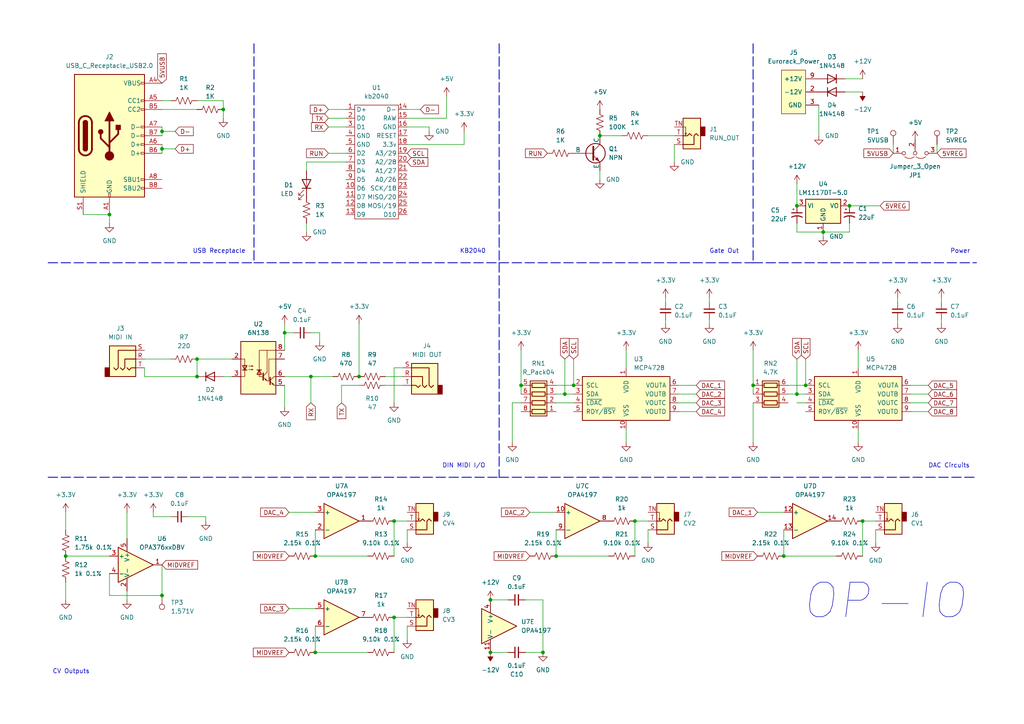
<source format=kicad_sch>
(kicad_sch (version 20230121) (generator eeschema)
  (paper "A4")
  (junction (at 19.05 161.29))
  (junction (at 104.14 109.22))
  (junction (at 64.77 31.75))
  (junction (at 166.37 111.76))
  (junction (at 91.44 189.23))
  (junction (at 161.29 161.29))
  (junction (at 246.38 59.69))
  (junction (at 90.17 109.22))
  (junction (at 173.99 39.37))
  (junction (at 31.75 62.23))
  (junction (at 218.44 111.76))
  (junction (at 227.33 161.29))
  (junction (at 250.19 151.13))
  (junction (at 46.99 43.18))
  (junction (at 184.15 151.13))
  (junction (at 82.55 96.52))
  (junction (at 151.13 111.76))
  (junction (at 46.99 38.1))
  (junction (at 114.3 151.13))
  (junction (at 46.99 172.72))
  (junction (at 91.44 161.29))
  (junction (at 231.14 59.69))
  (junction (at 157.48 189.23))
  (junction (at 238.76 67.31))
  (junction (at 57.15 109.22))
  (junction (at 142.24 173.99))
  (junction (at 231.14 114.3))
  (junction (at 114.3 179.07))
  (junction (at 163.83 114.3))
  (junction (at 57.15 104.14))
  (junction (at 233.68 111.76))
  (junction (at 142.24 189.23))
  (wire (pts (xy 271.78 41.91) (xy 271.78 44.45)))
  (wire (pts (xy 82.55 96.52) (xy 85.09 96.52)))
  (wire (pts (xy 118.11 31.75) (xy 121.92 31.75)))
  (wire (pts (xy 46.99 38.1) (xy 46.99 39.37)))
  (wire (pts (xy 184.15 151.13) (xy 184.15 161.29)))
  (wire (pts (xy 46.99 29.21) (xy 49.53 29.21)))
  (wire (pts (xy 118.11 41.91) (xy 134.62 41.91)))
  (wire (pts (xy 264.16 114.3) (xy 269.24 114.3)))
  (wire (pts (xy 19.05 148.59) (xy 19.05 153.67)))
  (wire (pts (xy 245.11 26.67) (xy 250.19 26.67)))
  (wire (pts (xy 99.06 116.84) (xy 99.06 111.76)))
  (wire (pts (xy 54.61 149.86) (xy 59.69 149.86)))
  (wire (pts (xy 184.15 151.13) (xy 187.96 151.13)))
  (wire (pts (xy 82.55 93.98) (xy 82.55 96.52)))
  (wire (pts (xy 104.14 93.98) (xy 104.14 109.22)))
  (wire (pts (xy 24.13 62.23) (xy 31.75 62.23)))
  (wire (pts (xy 82.55 109.22) (xy 90.17 109.22)))
  (wire (pts (xy 90.17 109.22) (xy 96.52 109.22)))
  (wire (pts (xy 157.48 173.99) (xy 157.48 189.23)))
  (wire (pts (xy 151.13 101.6) (xy 151.13 111.76)))
  (polyline (pts (xy 144.78 138.43) (xy 283.21 138.43)) (stroke (width 0.25) (type dash)))
  (wire (pts (xy 181.61 101.6) (xy 181.61 106.68)))
  (wire (pts (xy 273.05 92.71) (xy 273.05 93.98)))
  (wire (pts (xy 231.14 64.77) (xy 231.14 67.31)))
  (polyline (pts (xy 144.78 76.2) (xy 218.44 76.2)) (stroke (width 0.25) (type dash)))
  (wire (pts (xy 95.25 34.29) (xy 100.33 34.29)))
  (wire (pts (xy 161.29 116.84) (xy 166.37 116.84)))
  (wire (pts (xy 166.37 104.14) (xy 166.37 111.76)))
  (wire (pts (xy 254 153.67) (xy 254 157.48)))
  (wire (pts (xy 260.35 92.71) (xy 260.35 93.98)))
  (wire (pts (xy 218.44 116.84) (xy 218.44 128.27)))
  (wire (pts (xy 91.44 153.67) (xy 91.44 161.29)))
  (wire (pts (xy 44.45 148.59) (xy 44.45 149.86)))
  (wire (pts (xy 91.44 189.23) (xy 106.68 189.23)))
  (wire (pts (xy 205.74 92.71) (xy 205.74 93.98)))
  (wire (pts (xy 248.92 101.6) (xy 248.92 106.68)))
  (polyline (pts (xy 73.66 76.2) (xy 144.78 76.2)) (stroke (width 0.25) (type dash)))
  (wire (pts (xy 260.35 86.36) (xy 260.35 87.63)))
  (wire (pts (xy 264.16 119.38) (xy 269.24 119.38)))
  (wire (pts (xy 187.96 153.67) (xy 187.96 157.48)))
  (wire (pts (xy 46.99 38.1) (xy 50.8 38.1)))
  (wire (pts (xy 118.11 153.67) (xy 118.11 157.48)))
  (wire (pts (xy 57.15 104.14) (xy 57.15 109.22)))
  (wire (pts (xy 163.83 114.3) (xy 163.83 104.14)))
  (wire (pts (xy 231.14 53.34) (xy 231.14 59.69)))
  (wire (pts (xy 196.85 116.84) (xy 201.93 116.84)))
  (wire (pts (xy 237.49 30.48) (xy 237.49 39.37)))
  (wire (pts (xy 129.54 34.29) (xy 129.54 27.94)))
  (wire (pts (xy 205.74 86.36) (xy 205.74 87.63)))
  (polyline (pts (xy 144.78 76.2) (xy 144.78 138.43)) (stroke (width 0.25) (type dash)))
  (wire (pts (xy 152.4 173.99) (xy 157.48 173.99)))
  (polyline (pts (xy 13.97 76.2) (xy 73.66 76.2)) (stroke (width 0.25) (type dash)))
  (wire (pts (xy 227.33 161.29) (xy 242.57 161.29)))
  (wire (pts (xy 193.04 86.36) (xy 193.04 87.63)))
  (polyline (pts (xy 73.66 12.7) (xy 73.66 76.2)) (stroke (width 0.25) (type dash)))
  (wire (pts (xy 31.75 62.23) (xy 31.75 64.77)))
  (wire (pts (xy 134.62 41.91) (xy 134.62 38.1)))
  (wire (pts (xy 161.29 111.76) (xy 166.37 111.76)))
  (wire (pts (xy 259.08 41.91) (xy 259.08 44.45)))
  (wire (pts (xy 114.3 106.68) (xy 114.3 116.84)))
  (wire (pts (xy 142.24 189.23) (xy 147.32 189.23)))
  (wire (pts (xy 95.25 31.75) (xy 100.33 31.75)))
  (wire (pts (xy 228.6 114.3) (xy 231.14 114.3)))
  (polyline (pts (xy 218.44 76.2) (xy 283.21 76.2)) (stroke (width 0.25) (type dash)))
  (wire (pts (xy 111.76 111.76) (xy 116.84 111.76)))
  (wire (pts (xy 196.85 119.38) (xy 201.93 119.38)))
  (wire (pts (xy 161.29 153.67) (xy 161.29 161.29)))
  (wire (pts (xy 83.82 176.53) (xy 91.44 176.53)))
  (wire (pts (xy 82.55 111.76) (xy 82.55 118.11)))
  (wire (pts (xy 90.17 96.52) (xy 92.71 96.52)))
  (wire (pts (xy 246.38 59.69) (xy 255.27 59.69)))
  (wire (pts (xy 227.33 153.67) (xy 227.33 161.29)))
  (wire (pts (xy 245.11 22.86) (xy 250.19 22.86)))
  (wire (pts (xy 151.13 111.76) (xy 151.13 114.3)))
  (wire (pts (xy 46.99 41.91) (xy 46.99 43.18)))
  (wire (pts (xy 36.83 171.45) (xy 36.83 173.99)))
  (wire (pts (xy 233.68 114.3) (xy 231.14 114.3)))
  (wire (pts (xy 114.3 179.07) (xy 114.3 189.23)))
  (wire (pts (xy 231.14 116.84) (xy 233.68 116.84)))
  (wire (pts (xy 114.3 179.07) (xy 118.11 179.07)))
  (wire (pts (xy 57.15 104.14) (xy 67.31 104.14)))
  (wire (pts (xy 91.44 181.61) (xy 91.44 189.23)))
  (wire (pts (xy 142.24 173.99) (xy 147.32 173.99)))
  (wire (pts (xy 218.44 101.6) (xy 218.44 111.76)))
  (wire (pts (xy 161.29 161.29) (xy 176.53 161.29)))
  (wire (pts (xy 41.91 104.14) (xy 49.53 104.14)))
  (wire (pts (xy 264.16 111.76) (xy 269.24 111.76)))
  (wire (pts (xy 196.85 111.76) (xy 201.93 111.76)))
  (wire (pts (xy 246.38 67.31) (xy 238.76 67.31)))
  (wire (pts (xy 219.71 148.59) (xy 227.33 148.59)))
  (wire (pts (xy 114.3 151.13) (xy 118.11 151.13)))
  (wire (pts (xy 231.14 67.31) (xy 238.76 67.31)))
  (wire (pts (xy 196.85 114.3) (xy 201.93 114.3)))
  (wire (pts (xy 173.99 39.37) (xy 180.34 39.37)))
  (wire (pts (xy 273.05 86.36) (xy 273.05 87.63)))
  (wire (pts (xy 264.16 116.84) (xy 269.24 116.84)))
  (polyline (pts (xy 144.78 12.7) (xy 144.78 76.2)) (stroke (width 0.25) (type dash)))
  (wire (pts (xy 82.55 96.52) (xy 82.55 101.6)))
  (wire (pts (xy 193.04 92.71) (xy 193.04 93.98)))
  (wire (pts (xy 181.61 124.46) (xy 181.61 128.27)))
  (wire (pts (xy 46.99 31.75) (xy 57.15 31.75)))
  (wire (pts (xy 88.9 64.77) (xy 88.9 67.31)))
  (wire (pts (xy 91.44 161.29) (xy 106.68 161.29)))
  (wire (pts (xy 95.25 44.45) (xy 100.33 44.45)))
  (wire (pts (xy 46.99 43.18) (xy 50.8 43.18)))
  (wire (pts (xy 90.17 109.22) (xy 90.17 116.84)))
  (wire (pts (xy 57.15 29.21) (xy 64.77 29.21)))
  (wire (pts (xy 124.46 36.83) (xy 124.46 38.1)))
  (wire (pts (xy 19.05 168.91) (xy 19.05 173.99)))
  (wire (pts (xy 233.68 104.14) (xy 233.68 111.76)))
  (wire (pts (xy 41.91 106.68) (xy 41.91 109.22)))
  (wire (pts (xy 46.99 43.18) (xy 46.99 44.45)))
  (wire (pts (xy 83.82 148.59) (xy 91.44 148.59)))
  (wire (pts (xy 31.75 172.72) (xy 46.99 172.72)))
  (polyline (pts (xy 218.44 12.7) (xy 218.44 76.2)) (stroke (width 0.25) (type dash)))
  (wire (pts (xy 19.05 161.29) (xy 31.75 161.29)))
  (wire (pts (xy 238.76 67.31) (xy 238.76 68.58)))
  (wire (pts (xy 46.99 172.72) (xy 46.99 163.83)))
  (wire (pts (xy 231.14 114.3) (xy 231.14 104.14)))
  (wire (pts (xy 31.75 166.37) (xy 31.75 172.72)))
  (wire (pts (xy 153.67 148.59) (xy 161.29 148.59)))
  (wire (pts (xy 46.99 36.83) (xy 46.99 38.1)))
  (polyline (pts (xy 13.97 138.43) (xy 144.78 138.43)) (stroke (width 0.25) (type dash)))
  (wire (pts (xy 161.29 114.3) (xy 163.83 114.3)))
  (wire (pts (xy 88.9 49.53) (xy 88.9 46.99)))
  (wire (pts (xy 173.99 49.53) (xy 173.99 52.07)))
  (wire (pts (xy 59.69 149.86) (xy 59.69 151.13)))
  (wire (pts (xy 118.11 34.29) (xy 129.54 34.29)))
  (wire (pts (xy 246.38 64.77) (xy 246.38 67.31)))
  (wire (pts (xy 250.19 151.13) (xy 250.19 161.29)))
  (wire (pts (xy 41.91 109.22) (xy 57.15 109.22)))
  (wire (pts (xy 118.11 36.83) (xy 124.46 36.83)))
  (wire (pts (xy 44.45 149.86) (xy 49.53 149.86)))
  (wire (pts (xy 111.76 109.22) (xy 116.84 109.22)))
  (wire (pts (xy 250.19 151.13) (xy 254 151.13)))
  (wire (pts (xy 36.83 148.59) (xy 36.83 156.21)))
  (wire (pts (xy 92.71 96.52) (xy 92.71 99.06)))
  (wire (pts (xy 218.44 111.76) (xy 218.44 114.3)))
  (wire (pts (xy 64.77 31.75) (xy 64.77 34.29)))
  (wire (pts (xy 88.9 46.99) (xy 100.33 46.99)))
  (wire (pts (xy 248.92 124.46) (xy 248.92 128.27)))
  (wire (pts (xy 228.6 111.76) (xy 233.68 111.76)))
  (wire (pts (xy 64.77 29.21) (xy 64.77 31.75)))
  (wire (pts (xy 195.58 41.91) (xy 195.58 46.99)))
  (wire (pts (xy 64.77 109.22) (xy 67.31 109.22)))
  (wire (pts (xy 152.4 189.23) (xy 157.48 189.23)))
  (wire (pts (xy 99.06 111.76) (xy 104.14 111.76)))
  (wire (pts (xy 166.37 114.3) (xy 163.83 114.3)))
  (wire (pts (xy 114.3 151.13) (xy 114.3 161.29)))
  (wire (pts (xy 148.59 116.84) (xy 148.59 128.27)))
  (wire (pts (xy 151.13 116.84) (xy 148.59 116.84)))
  (wire (pts (xy 118.11 181.61) (xy 118.11 185.42)))
  (wire (pts (xy 116.84 106.68) (xy 114.3 106.68)))
  (wire (pts (xy 95.25 36.83) (xy 100.33 36.83)))
  (wire (pts (xy 187.96 39.37) (xy 195.58 39.37)))
  (text "DIN MIDI I/O" (at 128.27 135.89 0) (effects (font (size 1.27 1.27)) (justify left bottom)))
  (text "KB2040" (at 133.35 73.66 0) (effects (font (size 1.27 1.27)) (justify left bottom)))
  (text "CV Outputs" (at 15.24 195.58 0) (effects (font (size 1.27 1.27)) (justify left bottom)))
  (text "Power" (at 275.59 73.66 0) (effects (font (size 1.27 1.27)) (justify left bottom)))
  (text "DAC Circuits" (at 269.24 135.89 0) (effects (font (size 1.27 1.27)) (justify left bottom)))
  (text "Gate Out" (at 205.74 73.66 0) (effects (font (size 1.27 1.27)) (justify left bottom)))
  (text "OP-IO" (at 232.41 180.34 0) (effects (font (size 10 10) italic) (justify left bottom)))
  (text "USB Receptacle" (at 55.88 73.66 0) (effects (font (size 1.27 1.27)) (justify left bottom)))
  (global_label "MIDVREF" (shape input) (at 219.71 161.29 180) (property "Intersheetrefs" "${INTERSHEET_REFS}" (effects hide)))
  (global_label "DAC_2" (shape input) (at 153.67 148.59 180) (property "Intersheetrefs" "${INTERSHEET_REFS}" (effects hide)))
  (global_label "D-" (shape input) (at 50.8 38.1 0) (property "Intersheetrefs" "${INTERSHEET_REFS}" (effects hide)))
  (global_label "TX" (shape input) (at 99.06 116.84 270) (property "Intersheetrefs" "${INTERSHEET_REFS}" (effects hide)))
  (global_label "DAC_8" (shape input) (at 269.24 119.38 0) (property "Intersheetrefs" "${INTERSHEET_REFS}" (effects hide)))
  (global_label "SDA" (shape input) (at 118.11 46.99 0) (property "Intersheetrefs" "${INTERSHEET_REFS}" (effects hide)))
  (global_label "MIDVREF" (shape input) (at 46.99 163.83 0) (property "Intersheetrefs" "${INTERSHEET_REFS}" (effects hide)))
  (global_label "SDA" (shape input) (at 163.83 104.14 90) (property "Intersheetrefs" "${INTERSHEET_REFS}" (effects hide)))
  (global_label "DAC_1" (shape input) (at 219.71 148.59 180) (property "Intersheetrefs" "${INTERSHEET_REFS}" (effects hide)))
  (global_label "DAC_5" (shape input) (at 269.24 111.76 0) (property "Intersheetrefs" "${INTERSHEET_REFS}" (effects hide)))
  (global_label "5VREG" (shape input) (at 271.78 44.45 0) (property "Intersheetrefs" "${INTERSHEET_REFS}" (effects hide)))
  (global_label "DAC_4" (shape input) (at 201.93 119.38 0) (property "Intersheetrefs" "${INTERSHEET_REFS}" (effects hide)))
  (global_label "DAC_2" (shape input) (at 201.93 114.3 0) (property "Intersheetrefs" "${INTERSHEET_REFS}" (effects hide)))
  (global_label "SCL" (shape input) (at 233.68 104.14 90) (property "Intersheetrefs" "${INTERSHEET_REFS}" (effects hide)))
  (global_label "SCL" (shape input) (at 166.37 104.14 90) (property "Intersheetrefs" "${INTERSHEET_REFS}" (effects hide)))
  (global_label "D+" (shape input) (at 50.8 43.18 0) (property "Intersheetrefs" "${INTERSHEET_REFS}" (effects hide)))
  (global_label "MIDVREF" (shape input) (at 83.82 189.23 180) (property "Intersheetrefs" "${INTERSHEET_REFS}" (effects hide)))
  (global_label "RX" (shape input) (at 95.25 36.83 180) (property "Intersheetrefs" "${INTERSHEET_REFS}" (effects hide)))
  (global_label "SDA" (shape input) (at 231.14 104.14 90) (property "Intersheetrefs" "${INTERSHEET_REFS}" (effects hide)))
  (global_label "RUN" (shape input) (at 95.25 44.45 180) (property "Intersheetrefs" "${INTERSHEET_REFS}" (effects hide)))
  (global_label "DAC_3" (shape input) (at 83.82 176.53 180) (property "Intersheetrefs" "${INTERSHEET_REFS}" (effects hide)))
  (global_label "DAC_4" (shape input) (at 83.82 148.59 180) (property "Intersheetrefs" "${INTERSHEET_REFS}" (effects hide)))
  (global_label "MIDVREF" (shape input) (at 153.67 161.29 180) (property "Intersheetrefs" "${INTERSHEET_REFS}" (effects hide)))
  (global_label "D+" (shape input) (at 95.25 31.75 180) (property "Intersheetrefs" "${INTERSHEET_REFS}" (effects hide)))
  (global_label "MIDVREF" (shape input) (at 83.82 161.29 180) (property "Intersheetrefs" "${INTERSHEET_REFS}" (effects hide)))
  (global_label "RX" (shape input) (at 90.17 116.84 270) (property "Intersheetrefs" "${INTERSHEET_REFS}" (effects hide)))
  (global_label "SCL" (shape input) (at 118.11 44.45 0) (property "Intersheetrefs" "${INTERSHEET_REFS}" (effects hide)))
  (global_label "DAC_3" (shape input) (at 201.93 116.84 0) (property "Intersheetrefs" "${INTERSHEET_REFS}" (effects hide)))
  (global_label "DAC_7" (shape input) (at 269.24 116.84 0) (property "Intersheetrefs" "${INTERSHEET_REFS}" (effects hide)))
  (global_label "RUN" (shape input) (at 158.75 44.45 180) (property "Intersheetrefs" "${INTERSHEET_REFS}" (effects hide)))
  (global_label "DAC_1" (shape input) (at 201.93 111.76 0) (property "Intersheetrefs" "${INTERSHEET_REFS}" (effects hide)))
  (global_label "5VUSB" (shape input) (at 46.99 24.13 90) (property "Intersheetrefs" "${INTERSHEET_REFS}" (effects hide)))
  (global_label "5VUSB" (shape input) (at 259.08 44.45 180) (property "Intersheetrefs" "${INTERSHEET_REFS}" (effects hide)))
  (global_label "5VREG" (shape input) (at 255.27 59.69 0) (property "Intersheetrefs" "${INTERSHEET_REFS}" (effects hide)))
  (global_label "D-" (shape input) (at 121.92 31.75 0) (property "Intersheetrefs" "${INTERSHEET_REFS}" (effects hide)))
  (global_label "TX" (shape input) (at 95.25 34.29 180) (property "Intersheetrefs" "${INTERSHEET_REFS}" (effects hide)))
  (global_label "DAC_6" (shape input) (at 269.24 114.3 0) (property "Intersheetrefs" "${INTERSHEET_REFS}" (effects hide)))
  (symbol (lib_id "power:GND") (at 118.11 157.48 0) (unit 1)
    (property "Reference" "#PWR043" (effects hide))
    (property "Value" "GND" (at 118.11 162.56 0))
  )
  (symbol (lib_id "Device:C_Polarized_Small_US") (at 231.14 62.23 0) (unit 1)
    (property "Reference" "C5" (at 223.52 60.96 0) (effects (justify left)))
    (property "Value" "22uF" (at 223.52 63.5 0) (effects (justify left)))
    (property "Footprint" "Capacitor_SMD:CP_Elec_6.3x7.7" (effects hide))
  )
  (symbol (lib_id "power:+3.3V") (at 273.05 86.36 0) (unit 1)
    (property "Reference" "#PWR035" (effects hide))
    (property "Value" "+3.3V" (at 273.05 81.28 0))
  )
  (symbol (lib_id "Device:R_US") (at 110.49 161.29 90) (unit 1)
    (property "Reference" "R13" (at 110.49 154.94 90))
    (property "Value" "9.10k 0.1%" (at 110.49 157.48 90))
    (property "Footprint" "winterbloom:R_0805_HandSolder" (effects hide))
  )
  (symbol (lib_id "power:+3.3V") (at 193.04 86.36 0) (unit 1)
    (property "Reference" "#PWR020" (effects hide))
    (property "Value" "+3.3V" (at 193.04 81.28 0))
  )
  (symbol (lib_id "Device:C_Small") (at 193.04 90.17 0) (unit 1)
    (property "Reference" "C2" (at 195.58 88.9063 0) (effects (justify left)))
    (property "Value" "0.1uF" (at 195.58 91.4463 0) (effects (justify left)))
    (property "Footprint" "Capacitor_SMD:C_0805_2012Metric" (effects hide))
  )
  (symbol (lib_id "Connector:TestPoint") (at 271.78 41.91 0) (unit 1)
    (property "Reference" "TP2" (at 274.32 38.1 0) (effects (justify left)))
    (property "Value" "5VREG" (at 274.32 40.64 0) (effects (justify left)))
    (property "Footprint" "TestPoint:TestPoint_Pad_D2.5mm" (effects hide))
  )
  (symbol (lib_id "winterbloom:Eurorack_Mono_Jack") (at 123.19 177.8 0) (unit 1)
    (property "Reference" "J8" (at 128.27 177.165 0) (effects (justify left)))
    (property "Value" "CV3" (at 128.27 179.705 0) (effects (justify left)))
    (property "Footprint" "winterbloom:AudioJack_WQP518MA" (effects hide))
    (property "Datasheet" "http://www.qingpu-electronics.com/en/products/WQP-PJ398SM-362.html" (effects hide))
    (property "MPN" "WQP-WQP518MA" (effects hide))
  )
  (symbol (lib_id "power:GND") (at 59.69 151.13 0) (unit 1)
    (property "Reference" "#PWR042" (effects hide))
    (property "Value" "GND" (at 59.69 156.21 0))
  )
  (symbol (lib_id "power:+5V") (at 173.99 31.75 0) (unit 1)
    (property "Reference" "#PWR09" (effects hide))
    (property "Value" "+5V" (at 173.99 26.67 0))
  )
  (symbol (lib_id "power:GND") (at 19.05 173.99 0) (unit 1)
    (property "Reference" "#PWR037" (effects hide))
    (property "Value" "GND" (at 19.05 179.07 0))
  )
  (symbol (lib_id "power:GND") (at 31.75 64.77 0) (unit 1)
    (property "Reference" "#PWR01" (effects hide))
    (property "Value" "GND" (at 31.75 69.85 0))
  )
  (symbol (lib_id "power:GND") (at 273.05 93.98 0) (unit 1)
    (property "Reference" "#PWR036" (effects hide))
    (property "Value" "GND" (at 273.05 99.06 0))
  )
  (symbol (lib_id "power:GND") (at 148.59 128.27 0) (unit 1)
    (property "Reference" "#PWR017" (effects hide))
    (property "Value" "GND" (at 148.59 133.35 0))
  )
  (symbol (lib_id "power:+3.3V") (at 134.62 38.1 0) (unit 1)
    (property "Reference" "#PWR05" (effects hide))
    (property "Value" "+3.3V" (at 134.62 33.02 0))
  )
  (symbol (lib_id "winterbloom:OPA4197") (at 99.06 179.07 0) (unit 2)
    (property "Reference" "U7" (at 99.06 168.91 0))
    (property "Value" "OPA4197" (at 99.06 171.45 0))
    (property "Footprint" "Package_SO:TSSOP-14_4.4x5mm_P0.65mm" (effects hide))
    (property "Datasheet" "https://www.ti.com/lit/ds/symlink/opa4197.pdf" (effects hide))
    (property "MPN" "OPA4197IPW" (effects hide))
  )
  (symbol (lib_id "power:+12V") (at 142.24 173.99 0) (unit 1)
    (property "Reference" "#PWR047" (effects hide))
    (property "Value" "+12V" (at 142.24 168.91 0))
  )
  (symbol (lib_id "power:+3.3V") (at 205.74 86.36 0) (unit 1)
    (property "Reference" "#PWR021" (effects hide))
    (property "Value" "+3.3V" (at 205.74 81.28 0))
  )
  (symbol (lib_id "Device:R_US") (at 87.63 189.23 90) (unit 1)
    (property "Reference" "R16" (at 87.63 182.88 90))
    (property "Value" "2.15k 0.1%" (at 87.63 185.42 90))
    (property "Footprint" "winterbloom:R_0805_HandSolder" (effects hide))
  )
  (symbol (lib_id "Diode:1N4148") (at 60.96 109.22 0) (unit 1)
    (property "Reference" "D2" (at 60.96 113.03 0))
    (property "Value" "1N4148" (at 60.96 115.57 0))
    (property "Footprint" "winterbloom:D_SOD-123" (effects hide))
    (property "Datasheet" "https://assets.nexperia.com/documents/data-sheet/1N4148_1N4448.pdf" (effects hide))
    (property "Sim.Device" "D" (effects hide))
    (property "Sim.Pins" "1=K 2=A" (effects hide))
  )
  (symbol (lib_id "Device:R_US") (at 246.38 161.29 90) (unit 1)
    (property "Reference" "R24" (at 246.38 154.94 90))
    (property "Value" "9.10k 0.1%" (at 246.38 157.48 90))
    (property "Footprint" "winterbloom:R_0805_HandSolder" (effects hide))
  )
  (symbol (lib_id "Device:R_US") (at 110.49 189.23 90) (unit 1)
    (property "Reference" "R18" (at 110.49 182.88 90))
    (property "Value" "9.10k 0.1%" (at 110.49 185.42 90))
    (property "Footprint" "winterbloom:R_0805_HandSolder" (effects hide))
  )
  (symbol (lib_id "Device:LED") (at 88.9 53.34 270) (mirror x) (unit 1)
    (property "Reference" "D1" (at 85.09 53.6575 90) (effects (justify right)))
    (property "Value" "LED" (at 85.09 56.1975 90) (effects (justify right)))
    (property "Footprint" "LED_THT:LED_D3.0mm_FlatTop" (effects hide))
  )
  (symbol (lib_id "power:GND") (at 118.11 185.42 0) (unit 1)
    (property "Reference" "#PWR044" (effects hide))
    (property "Value" "GND" (at 118.11 190.5 0))
  )
  (symbol (lib_id "Device:R_US") (at 100.33 109.22 270) (unit 1)
    (property "Reference" "R8" (at 100.33 102.87 90))
    (property "Value" "470" (at 100.33 105.41 90))
    (property "Footprint" "winterbloom:R_0805_HandSolder" (effects hide))
  )
  (symbol (lib_id "Isolator:6N138") (at 74.93 106.68 0) (unit 1)
    (property "Reference" "U2" (at 74.93 93.98 0))
    (property "Value" "6N138" (at 74.93 96.52 0))
    (property "Footprint" "Package_DIP:SMDIP-8_W9.53mm" (effects hide))
    (property "Datasheet" "http://www.onsemi.com/pub/Collateral/HCPL2731-D.pdf" (effects hide))
  )
  (symbol (lib_id "Regulator_Linear:LM1117DT-5.0") (at 238.76 59.69 0) (unit 1)
    (property "Reference" "U4" (at 238.76 53.34 0))
    (property "Value" "LM1117DT-5.0" (at 238.76 55.88 0))
    (property "Footprint" "Package_TO_SOT_SMD:TO-252-3_TabPin2" (effects hide))
    (property "Datasheet" "http://www.ti.com/lit/ds/symlink/lm1117.pdf" (effects hide))
  )
  (symbol (lib_id "power:+5V") (at 82.55 93.98 0) (unit 1)
    (property "Reference" "#PWR012" (effects hide))
    (property "Value" "+5V" (at 82.55 88.9 0))
  )
  (symbol (lib_id "power:-12V") (at 250.19 26.67 180) (unit 1)
    (property "Reference" "#PWR026" (effects hide))
    (property "Value" "-12V" (at 250.19 31.75 0))
  )
  (symbol (lib_id "power:+3.3V") (at 36.83 148.59 0) (unit 1)
    (property "Reference" "#PWR040" (effects hide))
    (property "Value" "+3.3V" (at 36.83 143.51 0))
  )
  (symbol (lib_id "Connector:TestPoint") (at 259.08 41.91 0) (unit 1)
    (property "Reference" "TP1" (at 251.46 38.1 0) (effects (justify left)))
    (property "Value" "5VUSB" (at 251.46 40.64 0) (effects (justify left)))
    (property "Footprint" "TestPoint:TestPoint_Pad_D2.5mm" (effects hide))
  )
  (symbol (lib_id "kb2040:kb2040") (at 102.87 26.67 0) (unit 1)
    (property "Reference" "U1" (at 109.22 25.4 0))
    (property "Value" "kb2040" (at 109.22 27.94 0))
    (property "Footprint" "kb2040:kb2040" (effects hide))
  )
  (symbol (lib_id "Connector:TestPoint") (at 46.99 172.72 180) (unit 1)
    (property "Reference" "TP3" (at 49.53 174.752 0) (effects (justify right)))
    (property "Value" "1.571V" (at 49.53 177.292 0) (effects (justify right)))
    (property "Footprint" "TestPoint:TestPoint_Pad_D2.5mm" (effects hide))
  )
  (symbol (lib_id "power:+3.3V") (at 218.44 101.6 0) (unit 1)
    (property "Reference" "#PWR029" (effects hide))
    (property "Value" "+3.3V" (at 218.44 96.52 0))
  )
  (symbol (lib_id "power:+12V") (at 231.14 53.34 0) (unit 1)
    (property "Reference" "#PWR028" (effects hide))
    (property "Value" "+12V" (at 231.14 48.26 0))
  )
  (symbol (lib_id "power:GND") (at 36.83 173.99 0) (unit 1)
    (property "Reference" "#PWR039" (effects hide))
    (property "Value" "GND" (at 36.83 179.07 0))
  )
  (symbol (lib_id "Device:R_US") (at 19.05 165.1 0) (unit 1)
    (property "Reference" "R12" (at 21.59 163.83 0) (effects (justify left)))
    (property "Value" "1k 0.1%" (at 21.59 166.37 0) (effects (justify left)))
    (property "Footprint" "winterbloom:R_0805_HandSolder" (effects hide))
  )
  (symbol (lib_id "Device:R_US") (at 53.34 104.14 270) (unit 1)
    (property "Reference" "R7" (at 53.34 97.79 90))
    (property "Value" "220" (at 53.34 100.33 90))
    (property "Footprint" "winterbloom:R_0805_HandSolder" (effects hide))
  )
  (symbol (lib_id "Device:R_US") (at 157.48 161.29 90) (unit 1)
    (property "Reference" "R19" (at 157.48 154.94 90))
    (property "Value" "2.15k 0.1%" (at 157.48 157.48 90))
    (property "Footprint" "winterbloom:R_0805_HandSolder" (effects hide))
  )
  (symbol (lib_id "power:GND") (at 187.96 157.48 0) (unit 1)
    (property "Reference" "#PWR045" (effects hide))
    (property "Value" "GND" (at 187.96 162.56 0))
  )
  (symbol (lib_id "power:GND") (at 237.49 39.37 0) (unit 1)
    (property "Reference" "#PWR024" (effects hide))
    (property "Value" "GND" (at 241.3 39.37 0))
  )
  (symbol (lib_id "power:GND") (at 260.35 93.98 0) (unit 1)
    (property "Reference" "#PWR034" (effects hide))
    (property "Value" "GND" (at 260.35 99.06 0))
  )
  (symbol (lib_id "Device:R_US") (at 87.63 161.29 90) (unit 1)
    (property "Reference" "R15" (at 87.63 154.94 90))
    (property "Value" "2.15k 0.1%" (at 87.63 157.48 90))
    (property "Footprint" "winterbloom:R_0805_HandSolder" (effects hide))
  )
  (symbol (lib_id "power:GND") (at 88.9 67.31 0) (unit 1)
    (property "Reference" "#PWR07" (effects hide))
    (property "Value" "GND" (at 92.71 67.31 0))
  )
  (symbol (lib_id "power:GND") (at 193.04 93.98 0) (unit 1)
    (property "Reference" "#PWR022" (effects hide))
    (property "Value" "GND" (at 193.04 99.06 0))
  )
  (symbol (lib_id "power:+12V") (at 250.19 22.86 0) (unit 1)
    (property "Reference" "#PWR025" (effects hide))
    (property "Value" "+12V" (at 250.19 17.78 0))
  )
  (symbol (lib_id "Device:R_US") (at 110.49 151.13 90) (unit 1)
    (property "Reference" "R14" (at 110.49 144.78 90))
    (property "Value" "1k" (at 110.49 147.32 90))
    (property "Footprint" "winterbloom:R_0805_HandSolder" (effects hide))
  )
  (symbol (lib_id "power:+3.3V") (at 19.05 148.59 0) (unit 1)
    (property "Reference" "#PWR038" (effects hide))
    (property "Value" "+3.3V" (at 19.05 143.51 0))
  )
  (symbol (lib_id "power:GND") (at 64.77 34.29 0) (unit 1)
    (property "Reference" "#PWR02" (effects hide))
    (property "Value" "GND" (at 64.77 39.37 0))
  )
  (symbol (lib_id "power:GND") (at 254 157.48 0) (unit 1)
    (property "Reference" "#PWR046" (effects hide))
    (property "Value" "GND" (at 254 162.56 0))
  )
  (symbol (lib_id "power:+3.3V") (at 151.13 101.6 0) (unit 1)
    (property "Reference" "#PWR016" (effects hide))
    (property "Value" "+3.3V" (at 151.13 96.52 0))
  )
  (symbol (lib_id "Device:C_Small") (at 52.07 149.86 90) (unit 1)
    (property "Reference" "C8" (at 52.0763 143.51 90))
    (property "Value" "0.1uF" (at 52.0763 146.05 90))
    (property "Footprint" "Capacitor_SMD:C_0805_2012Metric" (effects hide))
  )
  (symbol (lib_id "winterbloom:Eurorack_Mono_Jack") (at 200.66 38.1 0) (unit 1)
    (property "Reference" "J1" (at 205.74 37.465 0) (effects (justify left)))
    (property "Value" "RUN_OUT" (at 205.74 40.005 0) (effects (justify left)))
    (property "Footprint" "winterbloom:AudioJack_WQP518MA" (effects hide))
    (property "Datasheet" "http://www.qingpu-electronics.com/en/products/WQP-PJ398SM-362.html" (effects hide))
    (property "MPN" "WQP-WQP518MA" (effects hide))
  )
  (symbol (lib_id "power:GND") (at 218.44 128.27 0) (unit 1)
    (property "Reference" "#PWR030" (effects hide))
    (property "Value" "GND" (at 218.44 133.35 0))
  )
  (symbol (lib_id "Device:C_Small") (at 260.35 90.17 0) (unit 1)
    (property "Reference" "C6" (at 262.89 88.9063 0) (effects (justify left)))
    (property "Value" "0.1uF" (at 262.89 91.4463 0) (effects (justify left)))
    (property "Footprint" "Capacitor_SMD:C_0805_2012Metric" (effects hide))
  )
  (symbol (lib_id "Device:R_US") (at 173.99 35.56 180) (unit 1)
    (property "Reference" "R5" (at 176.53 34.29 0) (effects (justify right)))
    (property "Value" "100K" (at 176.53 36.83 0) (effects (justify right)))
    (property "Footprint" "winterbloom:R_0805_HandSolder" (effects hide))
  )
  (symbol (lib_id "Analog_DAC:MCP4728") (at 248.92 114.3 0) (unit 1)
    (property "Reference" "U5" (at 251.1141 104.14 0) (effects (justify left)))
    (property "Value" "MCP4728" (at 251.1141 106.68 0) (effects (justify left)))
    (property "Footprint" "Package_SO:MSOP-10_3x3mm_P0.5mm" (effects hide))
    (property "Datasheet" "http://ww1.microchip.com/downloads/en/DeviceDoc/22187E.pdf" (effects hide))
  )
  (symbol (lib_id "power:GND") (at 205.74 93.98 0) (unit 1)
    (property "Reference" "#PWR023" (effects hide))
    (property "Value" "GND" (at 205.74 99.06 0))
  )
  (symbol (lib_id "Device:C_Small") (at 205.74 90.17 0) (unit 1)
    (property "Reference" "C3" (at 208.28 88.9063 0) (effects (justify left)))
    (property "Value" "0.1uF" (at 208.28 91.4463 0) (effects (justify left)))
    (property "Footprint" "Capacitor_SMD:C_0805_2012Metric" (effects hide))
  )
  (symbol (lib_id "power:GND") (at 173.99 52.07 0) (unit 1)
    (property "Reference" "#PWR010" (effects hide))
    (property "Value" "GND" (at 177.8 52.07 0))
  )
  (symbol (lib_id "winterbloom:Eurorack_Mono_Jack") (at 193.04 149.86 0) (unit 1)
    (property "Reference" "J7" (at 198.12 149.225 0) (effects (justify left)))
    (property "Value" "CV2" (at 198.12 151.765 0) (effects (justify left)))
    (property "Footprint" "winterbloom:AudioJack_WQP518MA" (effects hide))
    (property "Datasheet" "http://www.qingpu-electronics.com/en/products/WQP-PJ398SM-362.html" (effects hide))
    (property "MPN" "WQP-WQP518MA" (effects hide))
  )
  (symbol (lib_id "Simulation_SPICE:NPN") (at 171.45 44.45 0) (unit 1)
    (property "Reference" "Q1" (at 176.53 43.18 0) (effects (justify left)))
    (property "Value" "NPN" (at 176.53 45.72 0) (effects (justify left)))
    (property "Footprint" "Package_TO_SOT_SMD:SOT-23-3" (effects hide))
    (property "Sim.Device" "NPN" (effects hide))
    (property "Sim.Type" "GUMMELPOON" (effects hide))
    (property "Sim.Pins" "1=C 2=B 3=E" (effects hide))
  )
  (symbol (lib_id "power:GND") (at 195.58 46.99 0) (unit 1)
    (property "Reference" "#PWR08" (effects hide))
    (property "Value" "GND" (at 199.39 46.99 0))
  )
  (symbol (lib_id "winterbloom:Eurorack_Mono_Jack") (at 259.08 149.86 0) (unit 1)
    (property "Reference" "J6" (at 264.16 149.225 0) (effects (justify left)))
    (property "Value" "CV1" (at 264.16 151.765 0) (effects (justify left)))
    (property "Footprint" "winterbloom:AudioJack_WQP518MA" (effects hide))
    (property "Datasheet" "http://www.qingpu-electronics.com/en/products/WQP-PJ398SM-362.html" (effects hide))
    (property "MPN" "WQP-WQP518MA" (effects hide))
  )
  (symbol (lib_id "Device:C_Small") (at 87.63 96.52 90) (unit 1)
    (property "Reference" "C4" (at 87.6363 90.17 90))
    (property "Value" "0.1uF" (at 87.6363 92.71 90))
    (property "Footprint" "Capacitor_SMD:C_0805_2012Metric" (effects hide))
  )
  (symbol (lib_id "Device:R_US") (at 60.96 31.75 90) (unit 1)
    (property "Reference" "R2" (at 60.96 25.4 90))
    (property "Value" "1K" (at 60.96 27.94 90))
    (property "Footprint" "winterbloom:R_0805_HandSolder" (effects hide))
  )
  (symbol (lib_id "Connector_Audio:AudioJack3_Ground") (at 36.83 104.14 0) (unit 1)
    (property "Reference" "J3" (at 34.925 95.25 0))
    (property "Value" "MIDI IN" (at 34.925 97.79 0))
    (property "Footprint" "AudioJacks:Jack_3.5mm_QingPu_WQP-PJ366ST_Vertical" (effects hide))
  )
  (symbol (lib_id "Diode:1N4148") (at 241.3 22.86 180) (unit 1)
    (property "Reference" "D3" (at 241.3 16.51 0))
    (property "Value" "1N4148" (at 241.3 19.05 0))
    (property "Footprint" "winterbloom:D_SOD-123" (effects hide))
    (property "Datasheet" "https://assets.nexperia.com/documents/data-sheet/1N4148_1N4448.pdf" (effects hide))
    (property "Sim.Device" "D" (effects hide))
    (property "Sim.Pins" "1=K 2=A" (effects hide))
  )
  (symbol (lib_id "Device:R_US") (at 162.56 44.45 90) (unit 1)
    (property "Reference" "R6" (at 162.56 38.1 90))
    (property "Value" "1K" (at 162.56 40.64 90))
    (property "Footprint" "winterbloom:R_0805_HandSolder" (effects hide))
  )
  (symbol (lib_id "power:+3.3V") (at 181.61 101.6 0) (unit 1)
    (property "Reference" "#PWR019" (effects hide))
    (property "Value" "+3.3V" (at 181.61 96.52 0))
  )
  (symbol (lib_id "Device:R_US") (at 88.9 60.96 180) (unit 1)
    (property "Reference" "R3" (at 91.44 59.69 0) (effects (justify right)))
    (property "Value" "1K" (at 91.44 62.23 0) (effects (justify right)))
    (property "Footprint" "winterbloom:R_0805_HandSolder" (effects hide))
  )
  (symbol (lib_id "Device:R_US") (at 184.15 39.37 90) (unit 1)
    (property "Reference" "R4" (at 184.15 33.02 90))
    (property "Value" "1K" (at 184.15 35.56 90))
    (property "Footprint" "winterbloom:R_0805_HandSolder" (effects hide))
  )
  (symbol (lib_id "power:GND") (at 248.92 128.27 0) (unit 1)
    (property "Reference" "#PWR032" (effects hide))
    (property "Value" "GND" (at 248.92 133.35 0))
  )
  (symbol (lib_id "winterbloom:OPA4197") (at 168.91 151.13 0) (unit 3)
    (property "Reference" "U7" (at 168.91 140.97 0))
    (property "Value" "OPA4197" (at 168.91 143.51 0))
    (property "Footprint" "Package_SO:TSSOP-14_4.4x5mm_P0.65mm" (effects hide))
    (property "Datasheet" "https://www.ti.com/lit/ds/symlink/opa4197.pdf" (effects hide))
    (property "MPN" "OPA4197IPW" (effects hide))
  )
  (symbol (lib_id "power:+3.3V") (at 44.45 148.59 0) (unit 1)
    (property "Reference" "#PWR041" (effects hide))
    (property "Value" "+3.3V" (at 44.45 143.51 0))
  )
  (symbol (lib_id "Amplifier_Operational:OPA376xxDBV") (at 39.37 163.83 0) (unit 1)
    (property "Reference" "U6" (at 46.99 156.21 0))
    (property "Value" "OPA376xxDBV" (at 46.99 158.75 0))
    (property "Footprint" "Package_TO_SOT_SMD:SOT-23-5" (effects hide))
    (property "Datasheet" "http://www.ti.com/lit/ds/symlink/opa376.pdf" (effects hide))
  )
  (symbol (lib_id "Device:R_US") (at 180.34 161.29 90) (unit 1)
    (property "Reference" "R21" (at 180.34 154.94 90))
    (property "Value" "9.10k 0.1%" (at 180.34 157.48 90))
    (property "Footprint" "winterbloom:R_0805_HandSolder" (effects hide))
  )
  (symbol (lib_id "Device:R_US") (at 110.49 179.07 90) (unit 1)
    (property "Reference" "R17" (at 110.49 172.72 90))
    (property "Value" "1k" (at 110.49 175.26 90))
    (property "Footprint" "winterbloom:R_0805_HandSolder" (effects hide))
  )
  (symbol (lib_id "winterbloom:Eurorack_Power") (at 229.87 26.67 0) (unit 1)
    (property "Reference" "J5" (at 230.1875 15.24 0))
    (property "Value" "Eurorack_Power" (at 230.1875 17.78 0))
    (property "Footprint" "winterbloom:Eurorack_Power_2x5_Shrouded" (effects hide))
    (property "Datasheet" "https://static6.arrow.com/aropdfconversion/1507f1621f4e67855dd466ebb3ac550d52564a9d/32302-sxx1.pdf" (effects hide))
    (property "MPN" "302-S101" (effects hide))
  )
  (symbol (lib_id "power:+5V") (at 265.43 40.64 0) (unit 1)
    (property "Reference" "#PWR03" (effects hide))
    (property "Value" "+5V" (at 265.43 35.56 0))
  )
  (symbol (lib_id "winterbloom:OPA4197") (at 99.06 151.13 0) (unit 1)
    (property "Reference" "U7" (at 99.06 140.97 0))
    (property "Value" "OPA4197" (at 99.06 143.51 0))
    (property "Footprint" "Package_SO:TSSOP-14_4.4x5mm_P0.65mm" (effects hide))
    (property "Datasheet" "https://www.ti.com/lit/ds/symlink/opa4197.pdf" (effects hide))
    (property "MPN" "OPA4197IPW" (effects hide))
  )
  (symbol (lib_id "Device:R_US") (at 223.52 161.29 90) (unit 1)
    (property "Reference" "R22" (at 223.52 154.94 90))
    (property "Value" "2.15k 0.1%" (at 223.52 157.48 90))
    (property "Footprint" "winterbloom:R_0805_HandSolder" (effects hide))
  )
  (symbol (lib_id "Device:R_US") (at 107.95 111.76 90) (unit 1)
    (property "Reference" "R10" (at 107.95 115.57 90))
    (property "Value" "47" (at 107.95 118.11 90))
    (property "Footprint" "winterbloom:R_0805_HandSolder" (effects hide))
  )
  (symbol (lib_id "Device:C_Polarized_Small_US") (at 246.38 62.23 0) (unit 1)
    (property "Reference" "C1" (at 248.92 60.5282 0) (effects (justify left)))
    (property "Value" "22uF" (at 248.92 63.0682 0) (effects (justify left)))
    (property "Footprint" "Capacitor_SMD:CP_Elec_6.3x7.7" (effects hide))
  )
  (symbol (lib_id "winterbloom:Eurorack_Mono_Jack") (at 123.19 149.86 0) (unit 1)
    (property "Reference" "J9" (at 128.27 149.225 0) (effects (justify left)))
    (property "Value" "CV4" (at 128.27 151.765 0) (effects (justify left)))
    (property "Footprint" "winterbloom:AudioJack_WQP518MA" (effects hide))
    (property "Datasheet" "http://www.qingpu-electronics.com/en/products/WQP-PJ398SM-362.html" (effects hide))
    (property "MPN" "WQP-WQP518MA" (effects hide))
  )
  (symbol (lib_id "Connector:USB_C_Receptacle_USB2.0") (at 31.75 39.37 0) (unit 1)
    (property "Reference" "J2" (at 31.75 16.51 0))
    (property "Value" "USB_C_Receptacle_USB2.0" (at 31.75 19.05 0))
    (property "Footprint" "Connector_USB:USB_C_Receptacle_GCT_USB4115-03-C" (effects hide))
    (property "Datasheet" "https://www.usb.org/sites/default/files/documents/usb_type-c.zip" (effects hide))
  )
  (symbol (lib_id "Device:R_US") (at 19.05 157.48 0) (unit 1)
    (property "Reference" "R11" (at 21.59 156.21 0) (effects (justify left)))
    (property "Value" "1.75k 0.1%" (at 21.59 158.75 0) (effects (justify left)))
    (property "Footprint" "winterbloom:R_0805_HandSolder" (effects hide))
  )
  (symbol (lib_id "power:+3.3V") (at 260.35 86.36 0) (unit 1)
    (property "Reference" "#PWR033" (effects hide))
    (property "Value" "+3.3V" (at 260.35 81.28 0))
  )
  (symbol (lib_id "winterbloom:OPA4197") (at 234.95 151.13 0) (unit 4)
    (property "Reference" "U7" (at 234.95 140.97 0))
    (property "Value" "OPA4197" (at 234.95 143.51 0))
    (property "Footprint" "Package_SO:TSSOP-14_4.4x5mm_P0.65mm" (effects hide))
    (property "Datasheet" "https://www.ti.com/lit/ds/symlink/opa4197.pdf" (effects hide))
    (property "MPN" "OPA4197IPW" (effects hide))
  )
  (symbol (lib_id "power:-12V") (at 142.24 189.23 180) (unit 1)
    (property "Reference" "#PWR048" (effects hide))
    (property "Value" "-12V" (at 142.24 194.31 0))
  )
  (symbol (lib_id "power:GND") (at 92.71 99.06 0) (unit 1)
    (property "Reference" "#PWR013" (effects hide))
    (property "Value" "GND" (at 92.71 104.14 0))
  )
  (symbol (lib_id "Device:R_US") (at 53.34 29.21 90) (unit 1)
    (property "Reference" "R1" (at 53.34 22.86 90))
    (property "Value" "1K" (at 53.34 25.4 90))
    (property "Footprint" "winterbloom:R_0805_HandSolder" (effects hide))
  )
  (symbol (lib_id "Analog_DAC:MCP4728") (at 181.61 114.3 0) (unit 1)
    (property "Reference" "U3" (at 183.8041 104.14 0) (effects (justify left)))
    (property "Value" "MCP4728" (at 183.8041 106.68 0) (effects (justify left)))
    (property "Footprint" "Package_SO:MSOP-10_3x3mm_P0.5mm" (effects hide))
    (property "Datasheet" "http://ww1.microchip.com/downloads/en/DeviceDoc/22187E.pdf" (effects hide))
  )
  (symbol (lib_id "Device:R_Pack04") (at 156.21 114.3 90) (unit 1)
    (property "Reference" "RN1" (at 156.21 105.41 90))
    (property "Value" "R_Pack04" (at 156.21 107.95 90))
    (property "Footprint" "Resistor_SMD:R_Array_Convex_4x0612" (effects hide))
  )
  (symbol (lib_id "power:GND") (at 181.61 128.27 0) (unit 1)
    (property "Reference" "#PWR018" (effects hide))
    (property "Value" "GND" (at 181.61 133.35 0))
  )
  (symbol (lib_id "power:GND") (at 124.46 38.1 0) (unit 1)
    (property "Reference" "#PWR04" (effects hide))
    (property "Value" "GND" (at 128.27 38.1 0))
  )
  (symbol (lib_id "power:GND") (at 82.55 118.11 0) (unit 1)
    (property "Reference" "#PWR011" (effects hide))
    (property "Value" "GND" (at 82.55 123.19 0))
  )
  (symbol (lib_id "Device:C_Small") (at 149.86 189.23 90) (mirror x) (unit 1)
    (property "Reference" "C10" (at 149.8663 195.58 90))
    (property "Value" "0.1uF" (at 149.8663 193.04 90))
    (property "Footprint" "Capacitor_SMD:C_0805_2012Metric" (effects hide))
  )
  (symbol (lib_id "Device:C_Small") (at 273.05 90.17 0) (unit 1)
    (property "Reference" "C7" (at 275.59 88.9063 0) (effects (justify left)))
    (property "Value" "0.1uF" (at 275.59 91.4463 0) (effects (justify left)))
    (property "Footprint" "Capacitor_SMD:C_0805_2012Metric" (effects hide))
  )
  (symbol (lib_id "Device:R_US") (at 180.34 151.13 90) (unit 1)
    (property "Reference" "R20" (at 180.34 144.78 90))
    (property "Value" "1k" (at 180.34 147.32 90))
    (property "Footprint" "winterbloom:R_0805_HandSolder" (effects hide))
  )
  (symbol (lib_id "power:GND") (at 114.3 116.84 0) (unit 1)
    (property "Reference" "#PWR015" (effects hide))
    (property "Value" "GND" (at 114.3 121.92 0))
  )
  (symbol (lib_id "power:GND") (at 157.48 189.23 0) (unit 1)
    (property "Reference" "#PWR049" (effects hide))
    (property "Value" "GND" (at 157.48 194.31 0))
  )
  (symbol (lib_id "Device:R_US") (at 107.95 109.22 270) (unit 1)
    (property "Reference" "R9" (at 107.95 102.87 90))
    (property "Value" "47" (at 107.95 105.41 90))
    (property "Footprint" "winterbloom:R_0805_HandSolder" (effects hide))
  )
  (symbol (lib_id "Device:C_Small") (at 149.86 173.99 90) (unit 1)
    (property "Reference" "C9" (at 149.8663 167.64 90))
    (property "Value" "0.1uF" (at 149.8663 170.18 90))
    (property "Footprint" "Capacitor_SMD:C_0805_2012Metric" (effects hide))
  )
  (symbol (lib_id "Device:R_US") (at 246.38 151.13 90) (unit 1)
    (property "Reference" "R23" (at 246.38 144.78 90))
    (property "Value" "1k" (at 246.38 147.32 90))
    (property "Footprint" "winterbloom:R_0805_HandSolder" (effects hide))
  )
  (symbol (lib_id "power:+3.3V") (at 248.92 101.6 0) (unit 1)
    (property "Reference" "#PWR031" (effects hide))
    (property "Value" "+3.3V" (at 248.92 96.52 0))
  )
  (symbol (lib_id "power:+3.3V") (at 104.14 93.98 0) (unit 1)
    (property "Reference" "#PWR014" (effects hide))
    (property "Value" "+3.3V" (at 104.14 88.9 0))
  )
  (symbol (lib_id "winterbloom:OPA4197") (at 144.78 181.61 0) (unit 5)
    (property "Reference" "U7" (at 151.13 180.34 0) (effects (justify left)))
    (property "Value" "OPA4197" (at 151.13 182.88 0) (effects (justify left)))
    (property "Footprint" "Package_SO:TSSOP-14_4.4x5mm_P0.65mm" (effects hide))
    (property "Datasheet" "https://www.ti.com/lit/ds/symlink/opa4197.pdf" (effects hide))
    (property "MPN" "OPA4197IPW" (effects hide))
  )
  (symbol (lib_name "AudioJack3_Ground_1") (lib_id "Connector_Audio:AudioJack3_Ground") (at 121.92 109.22 0) (mirror y) (unit 1)
    (property "Reference" "J4" (at 123.825 100.33 0))
    (property "Value" "MIDI OUT" (at 123.825 102.87 0))
    (property "Footprint" "AudioJacks:Jack_3.5mm_QingPu_WQP-PJ366ST_Vertical" (effects hide))
  )
  (symbol (lib_id "power:GND") (at 238.76 68.58 0) (unit 1)
    (property "Reference" "#PWR027" (effects hide))
    (property "Value" "GND" (at 242.57 68.58 0))
  )
  (symbol (lib_id "Diode:1N4148") (at 241.3 26.67 0) (unit 1)
    (property "Reference" "D4" (at 241.3 30.48 0))
    (property "Value" "1N4148" (at 241.3 33.02 0))
    (property "Footprint" "winterbloom:D_SOD-123" (effects hide))
    (property "Datasheet" "https://assets.nexperia.com/documents/data-sheet/1N4148_1N4448.pdf" (effects hide))
    (property "Sim.Device" "D" (effects hide))
    (property "Sim.Pins" "1=K 2=A" (effects hide))
  )
  (symbol (lib_id "power:+5V") (at 129.54 27.94 0) (unit 1)
    (property "Reference" "#PWR06" (effects hide))
    (property "Value" "+5V" (at 129.54 22.86 0))
  )
  (symbol (lib_id "Jumper:Jumper_3_Open") (at 265.43 44.45 0) (mirror x) (unit 1)
    (property "Reference" "JP1" (at 265.43 50.8 0))
    (property "Value" "Jumper_3_Open" (at 265.43 48.26 0))
    (property "Footprint" "Jumper:SolderJumper-3_P1.3mm_Open_Pad1.0x1.5mm" (effects hide))
  )
  (symbol (lib_id "Device:R_Pack03") (at 223.52 114.3 270) (unit 1)
    (property "Reference" "RN2" (at 223.52 105.41 90))
    (property "Value" "4.7K" (at 223.52 107.95 90))
    (property "Footprint" "Resistor_SMD:R_Array_Convex_4x1206" (effects hide))
  )
)
</source>
